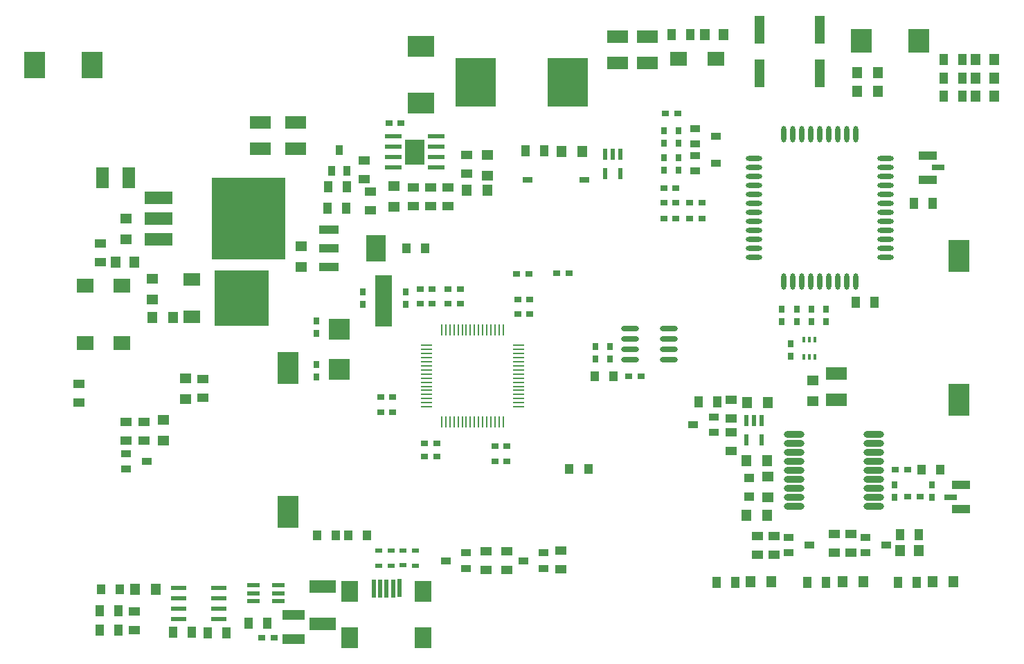
<source format=gtp>
G04*
G04 #@! TF.GenerationSoftware,Altium Limited,Altium Designer,18.1.6 (161)*
G04*
G04 Layer_Color=8421504*
%FSTAX24Y24*%
%MOIN*%
G70*
G01*
G75*
%ADD28R,0.0472X0.0551*%
%ADD29R,0.0354X0.0236*%
%ADD30R,0.1063X0.0512*%
%ADD31R,0.0591X0.0236*%
%ADD32R,0.0394X0.0550*%
%ADD33R,0.0354X0.0315*%
%ADD34R,0.1299X0.0591*%
%ADD35R,0.0197X0.0886*%
%ADD36R,0.0787X0.0984*%
%ADD37R,0.0551X0.0472*%
%ADD38R,0.1024X0.0630*%
%ADD39R,0.0591X0.0315*%
%ADD40R,0.0866X0.0394*%
%ADD41R,0.0550X0.0394*%
%ADD42O,0.0236X0.0787*%
%ADD43O,0.0787X0.0236*%
%ADD44R,0.1024X0.0984*%
%ADD45R,0.0630X0.1024*%
%ADD46R,0.0500X0.0550*%
%ADD47R,0.0394X0.0500*%
%ADD48R,0.0472X0.0335*%
%ADD49R,0.0315X0.0354*%
%ADD50O,0.0866X0.0236*%
%ADD51R,0.0220X0.0580*%
%ADD52R,0.0500X0.0394*%
%ADD53O,0.0984X0.0315*%
%ADD54R,0.0157X0.0315*%
%ADD55R,0.0984X0.1575*%
%ADD56R,0.0984X0.1181*%
%ADD57R,0.0472X0.1378*%
%ADD58R,0.0787X0.0669*%
%ADD59R,0.0472X0.0315*%
%ADD60R,0.1969X0.2362*%
%ADD61R,0.1299X0.0984*%
%ADD62R,0.0945X0.1220*%
%ADD63R,0.0820X0.0230*%
%ADD64R,0.0335X0.0472*%
%ADD65R,0.0800X0.2500*%
%ADD66R,0.0984X0.1299*%
%ADD67R,0.2598X0.2657*%
%ADD68R,0.0787X0.0630*%
%ADD69R,0.1378X0.0591*%
%ADD70R,0.3543X0.3937*%
%ADD71R,0.0780X0.0220*%
%ADD72R,0.0110X0.0580*%
%ADD73R,0.0580X0.0110*%
%ADD74R,0.0945X0.1299*%
%ADD75R,0.0945X0.0394*%
D28*
X04798Y02545D02*
D03*
X04698D02*
D03*
X04815Y02224D02*
D03*
X04715D02*
D03*
X05261D02*
D03*
X05161D02*
D03*
X05693D02*
D03*
X05593D02*
D03*
X047Y03089D02*
D03*
X048D02*
D03*
X04797Y02806D02*
D03*
X04697D02*
D03*
X0523Y04589D02*
D03*
X0533D02*
D03*
X0523Y04679D02*
D03*
X0533D02*
D03*
X03805Y04299D02*
D03*
X03905D02*
D03*
X01835Y034992D02*
D03*
X01935D02*
D03*
X01853Y02188D02*
D03*
X01753D02*
D03*
X0345Y04111D02*
D03*
X0335D02*
D03*
D29*
X02926Y023015D02*
D03*
X02926Y02373D02*
D03*
X02985Y023015D02*
D03*
X02985Y02373D02*
D03*
X03043Y023745D02*
D03*
X03043Y02303D02*
D03*
X03102Y023015D02*
D03*
X03102Y02373D02*
D03*
D30*
X02518Y02063D02*
D03*
Y019488D02*
D03*
D31*
X023239Y021316D02*
D03*
Y022064D02*
D03*
X024421D02*
D03*
Y02169D02*
D03*
Y021316D02*
D03*
X023239Y02169D02*
D03*
D32*
X02391Y02024D02*
D03*
X02301D02*
D03*
X05503Y04047D02*
D03*
X05593D02*
D03*
X03724Y043D02*
D03*
X03634D02*
D03*
X05223Y03572D02*
D03*
X05313D02*
D03*
X04644Y022206D02*
D03*
X04554D02*
D03*
X05081D02*
D03*
X04991D02*
D03*
X055155D02*
D03*
X054255D02*
D03*
X04425Y0486D02*
D03*
X04335D02*
D03*
X04555Y030924D02*
D03*
X04465D02*
D03*
X05435Y0245D02*
D03*
X05525D02*
D03*
X05645Y04565D02*
D03*
X05735D02*
D03*
X05645Y0465D02*
D03*
X05735D02*
D03*
X05645Y0474D02*
D03*
X05735D02*
D03*
X02104Y01979D02*
D03*
X02194D02*
D03*
X02027Y019795D02*
D03*
X01937D02*
D03*
X01674Y02083D02*
D03*
X01584D02*
D03*
X01674Y01991D02*
D03*
X01584D02*
D03*
X0268Y04025D02*
D03*
X0277D02*
D03*
X02683Y04129D02*
D03*
X02773D02*
D03*
D33*
X023635Y019535D02*
D03*
X024225D02*
D03*
X036486Y037078D02*
D03*
X035895D02*
D03*
X029355Y03115D02*
D03*
X029945D02*
D03*
X029355Y0304D02*
D03*
X029945D02*
D03*
X034855Y02805D02*
D03*
X035445D02*
D03*
X034855Y028778D02*
D03*
X035445D02*
D03*
X043074Y0448D02*
D03*
X043665D02*
D03*
X041305Y032151D02*
D03*
X041895D02*
D03*
X054124Y027633D02*
D03*
X054715D02*
D03*
X054724Y026337D02*
D03*
X055315D02*
D03*
X030345Y044353D02*
D03*
X029755D02*
D03*
X044234Y039755D02*
D03*
X044825D02*
D03*
X044234Y0405D02*
D03*
X044825D02*
D03*
X043576D02*
D03*
X042985D02*
D03*
X043576Y039755D02*
D03*
X042985D02*
D03*
X043576Y0412D02*
D03*
X042985D02*
D03*
X037824Y0371D02*
D03*
X038415D02*
D03*
X032605Y03565D02*
D03*
X033195D02*
D03*
X032605Y03635D02*
D03*
X033195D02*
D03*
X031255Y036353D02*
D03*
X031845D02*
D03*
X031255Y03565D02*
D03*
X031845D02*
D03*
X035955Y035152D02*
D03*
X036545D02*
D03*
X035955Y035852D02*
D03*
X036545D02*
D03*
X032065Y028918D02*
D03*
X031475D02*
D03*
X032065Y02828D02*
D03*
X031475D02*
D03*
D34*
X02655Y02022D02*
D03*
X02655Y022006D02*
D03*
D35*
X03026Y02193D02*
D03*
X02995Y021925D02*
D03*
X02964Y02192D02*
D03*
X02933Y021915D02*
D03*
X02902Y02191D02*
D03*
D36*
X031412Y02179D02*
D03*
X03141Y01953D02*
D03*
X027867D02*
D03*
X027868Y02179D02*
D03*
D37*
X05016Y03095D02*
D03*
Y03195D02*
D03*
X02999Y0403D02*
D03*
Y0413D02*
D03*
X01709Y03975D02*
D03*
Y03875D02*
D03*
X01995Y03105D02*
D03*
Y03205D02*
D03*
X04799Y0273D02*
D03*
Y0263D02*
D03*
X01836Y03585D02*
D03*
Y03685D02*
D03*
X01889Y02905D02*
D03*
Y03005D02*
D03*
X02554Y0384D02*
D03*
Y0374D02*
D03*
X03451Y0418D02*
D03*
Y0428D02*
D03*
D38*
X05129Y03227D02*
D03*
Y03101D02*
D03*
X0422Y04725D02*
D03*
Y04851D02*
D03*
X04075Y04724D02*
D03*
Y0485D02*
D03*
X02525Y04436D02*
D03*
Y0431D02*
D03*
X02355Y04436D02*
D03*
Y0431D02*
D03*
D39*
X056212Y0422D02*
D03*
X056788Y026318D02*
D03*
D40*
X0557Y042791D02*
D03*
Y041609D02*
D03*
X0573Y025727D02*
D03*
Y026908D02*
D03*
D41*
X03802Y02375D02*
D03*
Y02285D02*
D03*
X03542Y0237D02*
D03*
Y0228D02*
D03*
X03442Y0237D02*
D03*
Y0228D02*
D03*
X03175Y04124D02*
D03*
Y04034D02*
D03*
X03092Y04034D02*
D03*
Y04124D02*
D03*
X01585Y03765D02*
D03*
Y03855D02*
D03*
X046232Y030104D02*
D03*
Y031004D02*
D03*
Y02855D02*
D03*
Y02945D02*
D03*
X052Y02455D02*
D03*
Y02365D02*
D03*
X0512Y02365D02*
D03*
Y02455D02*
D03*
X0483Y02445D02*
D03*
Y02355D02*
D03*
X0475Y02355D02*
D03*
Y02445D02*
D03*
X02855Y04255D02*
D03*
Y04165D02*
D03*
X02885Y04105D02*
D03*
Y04015D02*
D03*
X01484Y03179D02*
D03*
Y03089D02*
D03*
X017496Y02082D02*
D03*
Y01992D02*
D03*
X01795Y029936D02*
D03*
Y029036D02*
D03*
X01711Y029936D02*
D03*
Y029036D02*
D03*
X0208Y0311D02*
D03*
Y032D02*
D03*
X03349Y0428D02*
D03*
Y0419D02*
D03*
X0326Y04035D02*
D03*
Y04125D02*
D03*
D42*
X048768Y043793D02*
D03*
X049201D02*
D03*
X049634D02*
D03*
X050067D02*
D03*
X0505D02*
D03*
X050933D02*
D03*
X051366D02*
D03*
X051799D02*
D03*
X052232D02*
D03*
Y036707D02*
D03*
X051799D02*
D03*
X051366D02*
D03*
X050933D02*
D03*
X0505D02*
D03*
X050067D02*
D03*
X049634D02*
D03*
X049201D02*
D03*
X048768D02*
D03*
D43*
X053669Y042632D02*
D03*
Y042199D02*
D03*
Y041766D02*
D03*
Y041333D02*
D03*
Y0409D02*
D03*
Y040467D02*
D03*
Y040033D02*
D03*
Y0396D02*
D03*
Y039167D02*
D03*
Y038734D02*
D03*
Y038301D02*
D03*
Y037868D02*
D03*
X047331D02*
D03*
Y038301D02*
D03*
Y038734D02*
D03*
Y039167D02*
D03*
Y0396D02*
D03*
Y040033D02*
D03*
Y040467D02*
D03*
Y0409D02*
D03*
Y041333D02*
D03*
Y041766D02*
D03*
Y042199D02*
D03*
Y042632D02*
D03*
D44*
X02735Y034415D02*
D03*
Y032485D02*
D03*
D45*
X01723Y04171D02*
D03*
X01597D02*
D03*
D46*
X017496Y037649D02*
D03*
X016596D02*
D03*
X04495Y0486D02*
D03*
X04585D02*
D03*
X054356Y02375D02*
D03*
X055256D02*
D03*
X0589Y04565D02*
D03*
X058D02*
D03*
Y0465D02*
D03*
X0589D02*
D03*
Y0474D02*
D03*
X058D02*
D03*
D47*
X027193Y024476D02*
D03*
X026287D02*
D03*
X039657Y032151D02*
D03*
X040563D02*
D03*
X056306Y027633D02*
D03*
X0554D02*
D03*
X030607Y038296D02*
D03*
X031513D02*
D03*
X038447Y027676D02*
D03*
X039353D02*
D03*
X028713Y024474D02*
D03*
X027807D02*
D03*
X015884Y02189D02*
D03*
X01679D02*
D03*
D48*
X03622Y02325D02*
D03*
X037202Y022878D02*
D03*
X037204Y023636D02*
D03*
X045492Y0437D02*
D03*
X04451Y04333D02*
D03*
X044508Y044074D02*
D03*
X045492Y0424D02*
D03*
X04451Y04203D02*
D03*
X044508Y042774D02*
D03*
X044408Y0298D02*
D03*
X04539Y03017D02*
D03*
X045392Y029426D02*
D03*
X053692Y024D02*
D03*
X05271Y02363D02*
D03*
X052708Y024374D02*
D03*
X049992Y024D02*
D03*
X04901Y02363D02*
D03*
X049008Y024374D02*
D03*
X018092Y028048D02*
D03*
X01711Y02842D02*
D03*
X017108Y027662D02*
D03*
X033474Y023636D02*
D03*
X033472Y022878D02*
D03*
X03249Y02325D02*
D03*
D49*
X043714Y042676D02*
D03*
Y042085D02*
D03*
X043Y042676D02*
D03*
Y042085D02*
D03*
X0404Y033581D02*
D03*
Y03299D02*
D03*
X0397Y033581D02*
D03*
Y03299D02*
D03*
X0559Y026318D02*
D03*
Y026908D02*
D03*
X0541Y026318D02*
D03*
Y026908D02*
D03*
X04868Y035376D02*
D03*
Y034785D02*
D03*
X0491Y033715D02*
D03*
Y033125D02*
D03*
X02625Y034205D02*
D03*
Y034795D02*
D03*
Y032695D02*
D03*
Y032105D02*
D03*
X0494Y035376D02*
D03*
Y034785D02*
D03*
X0508Y035376D02*
D03*
Y034785D02*
D03*
X0501Y035376D02*
D03*
Y034785D02*
D03*
X043714Y043976D02*
D03*
Y043385D02*
D03*
X043Y043976D02*
D03*
Y043385D02*
D03*
X0285Y036195D02*
D03*
Y035605D02*
D03*
X03055Y036195D02*
D03*
Y035605D02*
D03*
D50*
X041355Y034455D02*
D03*
Y033955D02*
D03*
Y033455D02*
D03*
Y032955D02*
D03*
X043245Y034455D02*
D03*
Y033955D02*
D03*
Y033455D02*
D03*
Y032955D02*
D03*
D51*
X0477Y02906D02*
D03*
X046952D02*
D03*
Y03D02*
D03*
X047326D02*
D03*
X0477D02*
D03*
X0409Y04191D02*
D03*
X040152D02*
D03*
Y04285D02*
D03*
X040526D02*
D03*
X0409D02*
D03*
D52*
X047096Y027243D02*
D03*
Y026337D02*
D03*
D53*
X049281Y029332D02*
D03*
Y028899D02*
D03*
Y028466D02*
D03*
Y027167D02*
D03*
Y0276D02*
D03*
Y028033D02*
D03*
Y026734D02*
D03*
Y026301D02*
D03*
Y025868D02*
D03*
X0531D02*
D03*
Y026301D02*
D03*
Y026734D02*
D03*
Y028033D02*
D03*
Y0276D02*
D03*
Y027167D02*
D03*
Y028466D02*
D03*
Y028899D02*
D03*
Y029332D02*
D03*
D54*
X049744Y03392D02*
D03*
X050256D02*
D03*
X05D02*
D03*
X050256Y033062D02*
D03*
X05D02*
D03*
X049744D02*
D03*
D55*
X05719Y031D02*
D03*
Y03794D02*
D03*
X0249Y0256D02*
D03*
Y03254D02*
D03*
D56*
X055256Y0483D02*
D03*
X0525D02*
D03*
D57*
X0505Y046752D02*
D03*
Y048839D02*
D03*
X0476Y046752D02*
D03*
Y048839D02*
D03*
D58*
X043714Y04745D02*
D03*
X045485D02*
D03*
X016886Y0365D02*
D03*
X015115D02*
D03*
X016886Y03375D02*
D03*
X015115D02*
D03*
D59*
X039178Y0416D02*
D03*
X036422D02*
D03*
D60*
X033926Y0463D02*
D03*
X038374D02*
D03*
D61*
X0313Y048053D02*
D03*
Y0453D02*
D03*
D62*
X030997Y042944D02*
D03*
D63*
X032027Y043694D02*
D03*
Y043194D02*
D03*
Y042694D02*
D03*
Y042194D02*
D03*
X029967D02*
D03*
Y042694D02*
D03*
Y043194D02*
D03*
Y043694D02*
D03*
D64*
X02737Y043032D02*
D03*
X02774Y04205D02*
D03*
X026996Y042048D02*
D03*
D65*
X02951Y035789D02*
D03*
D66*
X012697Y04715D02*
D03*
X01545D02*
D03*
D67*
X022659Y0359D02*
D03*
D68*
X020257Y035002D02*
D03*
Y036798D02*
D03*
D69*
X018669Y03875D02*
D03*
Y03975D02*
D03*
Y04075D02*
D03*
D70*
X023Y03975D02*
D03*
D71*
X02156Y02045D02*
D03*
Y02095D02*
D03*
Y02145D02*
D03*
Y02195D02*
D03*
X01962D02*
D03*
Y02145D02*
D03*
Y02095D02*
D03*
Y02045D02*
D03*
D72*
X032299Y034365D02*
D03*
X032496D02*
D03*
X032693D02*
D03*
X03289D02*
D03*
X033087D02*
D03*
X033283D02*
D03*
X03348D02*
D03*
X033677D02*
D03*
X033874D02*
D03*
X034071D02*
D03*
X034268D02*
D03*
X034465D02*
D03*
X034661D02*
D03*
X034858D02*
D03*
X035055D02*
D03*
X035252D02*
D03*
Y029935D02*
D03*
X035055D02*
D03*
X034858D02*
D03*
X034661D02*
D03*
X034465D02*
D03*
X034268D02*
D03*
X034071D02*
D03*
X033874D02*
D03*
X033677D02*
D03*
X03348D02*
D03*
X033283D02*
D03*
X033087D02*
D03*
X03289D02*
D03*
X032693D02*
D03*
X032496D02*
D03*
X032299D02*
D03*
D73*
X035991Y033626D02*
D03*
Y03343D02*
D03*
Y033233D02*
D03*
Y033036D02*
D03*
Y032839D02*
D03*
Y032248D02*
D03*
Y032052D02*
D03*
Y031855D02*
D03*
Y031658D02*
D03*
X031561Y030674D02*
D03*
Y03087D02*
D03*
Y031067D02*
D03*
Y031264D02*
D03*
Y031461D02*
D03*
Y031658D02*
D03*
Y031855D02*
D03*
Y032052D02*
D03*
Y032248D02*
D03*
Y032445D02*
D03*
Y032642D02*
D03*
Y032839D02*
D03*
Y033036D02*
D03*
Y033233D02*
D03*
Y03343D02*
D03*
Y033626D02*
D03*
X035991Y032642D02*
D03*
Y031264D02*
D03*
Y031067D02*
D03*
Y03087D02*
D03*
Y030674D02*
D03*
Y031461D02*
D03*
Y032445D02*
D03*
D74*
X029142Y0383D02*
D03*
D75*
X026858Y037394D02*
D03*
Y0383D02*
D03*
Y039206D02*
D03*
M02*

</source>
